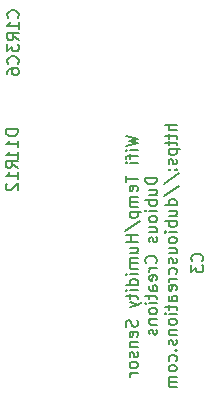
<source format=gbr>
G04 #@! TF.GenerationSoftware,KiCad,Pcbnew,(5.1.9)-1*
G04 #@! TF.CreationDate,2021-06-19T22:19:12+01:00*
G04 #@! TF.ProjectId,temp_sensor,74656d70-5f73-4656-9e73-6f722e6b6963,rev?*
G04 #@! TF.SameCoordinates,Original*
G04 #@! TF.FileFunction,Legend,Bot*
G04 #@! TF.FilePolarity,Positive*
%FSLAX46Y46*%
G04 Gerber Fmt 4.6, Leading zero omitted, Abs format (unit mm)*
G04 Created by KiCad (PCBNEW (5.1.9)-1) date 2021-06-19 22:19:12*
%MOMM*%
%LPD*%
G01*
G04 APERTURE LIST*
%ADD10C,0.150000*%
G04 APERTURE END LIST*
D10*
X59602380Y-52833333D02*
X60602380Y-53071428D01*
X59888095Y-53261904D01*
X60602380Y-53452380D01*
X59602380Y-53690476D01*
X60602380Y-54071428D02*
X59935714Y-54071428D01*
X59602380Y-54071428D02*
X59650000Y-54023809D01*
X59697619Y-54071428D01*
X59650000Y-54119047D01*
X59602380Y-54071428D01*
X59697619Y-54071428D01*
X59935714Y-54404761D02*
X59935714Y-54785714D01*
X60602380Y-54547619D02*
X59745238Y-54547619D01*
X59650000Y-54595238D01*
X59602380Y-54690476D01*
X59602380Y-54785714D01*
X60602380Y-55119047D02*
X59935714Y-55119047D01*
X59602380Y-55119047D02*
X59650000Y-55071428D01*
X59697619Y-55119047D01*
X59650000Y-55166666D01*
X59602380Y-55119047D01*
X59697619Y-55119047D01*
X59602380Y-56214285D02*
X59602380Y-56785714D01*
X60602380Y-56500000D02*
X59602380Y-56500000D01*
X60554761Y-57500000D02*
X60602380Y-57404761D01*
X60602380Y-57214285D01*
X60554761Y-57119047D01*
X60459523Y-57071428D01*
X60078571Y-57071428D01*
X59983333Y-57119047D01*
X59935714Y-57214285D01*
X59935714Y-57404761D01*
X59983333Y-57500000D01*
X60078571Y-57547619D01*
X60173809Y-57547619D01*
X60269047Y-57071428D01*
X60602380Y-57976190D02*
X59935714Y-57976190D01*
X60030952Y-57976190D02*
X59983333Y-58023809D01*
X59935714Y-58119047D01*
X59935714Y-58261904D01*
X59983333Y-58357142D01*
X60078571Y-58404761D01*
X60602380Y-58404761D01*
X60078571Y-58404761D02*
X59983333Y-58452380D01*
X59935714Y-58547619D01*
X59935714Y-58690476D01*
X59983333Y-58785714D01*
X60078571Y-58833333D01*
X60602380Y-58833333D01*
X59935714Y-59309523D02*
X60935714Y-59309523D01*
X59983333Y-59309523D02*
X59935714Y-59404761D01*
X59935714Y-59595238D01*
X59983333Y-59690476D01*
X60030952Y-59738095D01*
X60126190Y-59785714D01*
X60411904Y-59785714D01*
X60507142Y-59738095D01*
X60554761Y-59690476D01*
X60602380Y-59595238D01*
X60602380Y-59404761D01*
X60554761Y-59309523D01*
X59554761Y-60928571D02*
X60840476Y-60071428D01*
X60602380Y-61261904D02*
X59602380Y-61261904D01*
X60078571Y-61261904D02*
X60078571Y-61833333D01*
X60602380Y-61833333D02*
X59602380Y-61833333D01*
X59935714Y-62738095D02*
X60602380Y-62738095D01*
X59935714Y-62309523D02*
X60459523Y-62309523D01*
X60554761Y-62357142D01*
X60602380Y-62452380D01*
X60602380Y-62595238D01*
X60554761Y-62690476D01*
X60507142Y-62738095D01*
X60602380Y-63214285D02*
X59935714Y-63214285D01*
X60030952Y-63214285D02*
X59983333Y-63261904D01*
X59935714Y-63357142D01*
X59935714Y-63500000D01*
X59983333Y-63595238D01*
X60078571Y-63642857D01*
X60602380Y-63642857D01*
X60078571Y-63642857D02*
X59983333Y-63690476D01*
X59935714Y-63785714D01*
X59935714Y-63928571D01*
X59983333Y-64023809D01*
X60078571Y-64071428D01*
X60602380Y-64071428D01*
X60602380Y-64547619D02*
X59935714Y-64547619D01*
X59602380Y-64547619D02*
X59650000Y-64500000D01*
X59697619Y-64547619D01*
X59650000Y-64595238D01*
X59602380Y-64547619D01*
X59697619Y-64547619D01*
X60602380Y-65452380D02*
X59602380Y-65452380D01*
X60554761Y-65452380D02*
X60602380Y-65357142D01*
X60602380Y-65166666D01*
X60554761Y-65071428D01*
X60507142Y-65023809D01*
X60411904Y-64976190D01*
X60126190Y-64976190D01*
X60030952Y-65023809D01*
X59983333Y-65071428D01*
X59935714Y-65166666D01*
X59935714Y-65357142D01*
X59983333Y-65452380D01*
X60602380Y-65928571D02*
X59935714Y-65928571D01*
X59602380Y-65928571D02*
X59650000Y-65880952D01*
X59697619Y-65928571D01*
X59650000Y-65976190D01*
X59602380Y-65928571D01*
X59697619Y-65928571D01*
X59935714Y-66261904D02*
X59935714Y-66642857D01*
X59602380Y-66404761D02*
X60459523Y-66404761D01*
X60554761Y-66452380D01*
X60602380Y-66547619D01*
X60602380Y-66642857D01*
X59935714Y-66880952D02*
X60602380Y-67119047D01*
X59935714Y-67357142D02*
X60602380Y-67119047D01*
X60840476Y-67023809D01*
X60888095Y-66976190D01*
X60935714Y-66880952D01*
X60554761Y-68452380D02*
X60602380Y-68595238D01*
X60602380Y-68833333D01*
X60554761Y-68928571D01*
X60507142Y-68976190D01*
X60411904Y-69023809D01*
X60316666Y-69023809D01*
X60221428Y-68976190D01*
X60173809Y-68928571D01*
X60126190Y-68833333D01*
X60078571Y-68642857D01*
X60030952Y-68547619D01*
X59983333Y-68500000D01*
X59888095Y-68452380D01*
X59792857Y-68452380D01*
X59697619Y-68500000D01*
X59650000Y-68547619D01*
X59602380Y-68642857D01*
X59602380Y-68880952D01*
X59650000Y-69023809D01*
X60554761Y-69833333D02*
X60602380Y-69738095D01*
X60602380Y-69547619D01*
X60554761Y-69452380D01*
X60459523Y-69404761D01*
X60078571Y-69404761D01*
X59983333Y-69452380D01*
X59935714Y-69547619D01*
X59935714Y-69738095D01*
X59983333Y-69833333D01*
X60078571Y-69880952D01*
X60173809Y-69880952D01*
X60269047Y-69404761D01*
X59935714Y-70309523D02*
X60602380Y-70309523D01*
X60030952Y-70309523D02*
X59983333Y-70357142D01*
X59935714Y-70452380D01*
X59935714Y-70595238D01*
X59983333Y-70690476D01*
X60078571Y-70738095D01*
X60602380Y-70738095D01*
X60554761Y-71166666D02*
X60602380Y-71261904D01*
X60602380Y-71452380D01*
X60554761Y-71547619D01*
X60459523Y-71595238D01*
X60411904Y-71595238D01*
X60316666Y-71547619D01*
X60269047Y-71452380D01*
X60269047Y-71309523D01*
X60221428Y-71214285D01*
X60126190Y-71166666D01*
X60078571Y-71166666D01*
X59983333Y-71214285D01*
X59935714Y-71309523D01*
X59935714Y-71452380D01*
X59983333Y-71547619D01*
X60602380Y-72166666D02*
X60554761Y-72071428D01*
X60507142Y-72023809D01*
X60411904Y-71976190D01*
X60126190Y-71976190D01*
X60030952Y-72023809D01*
X59983333Y-72071428D01*
X59935714Y-72166666D01*
X59935714Y-72309523D01*
X59983333Y-72404761D01*
X60030952Y-72452380D01*
X60126190Y-72500000D01*
X60411904Y-72500000D01*
X60507142Y-72452380D01*
X60554761Y-72404761D01*
X60602380Y-72309523D01*
X60602380Y-72166666D01*
X60602380Y-72928571D02*
X59935714Y-72928571D01*
X60126190Y-72928571D02*
X60030952Y-72976190D01*
X59983333Y-73023809D01*
X59935714Y-73119047D01*
X59935714Y-73214285D01*
X62252380Y-56380952D02*
X61252380Y-56380952D01*
X61252380Y-56619047D01*
X61300000Y-56761904D01*
X61395238Y-56857142D01*
X61490476Y-56904761D01*
X61680952Y-56952380D01*
X61823809Y-56952380D01*
X62014285Y-56904761D01*
X62109523Y-56857142D01*
X62204761Y-56761904D01*
X62252380Y-56619047D01*
X62252380Y-56380952D01*
X61585714Y-57809523D02*
X62252380Y-57809523D01*
X61585714Y-57380952D02*
X62109523Y-57380952D01*
X62204761Y-57428571D01*
X62252380Y-57523809D01*
X62252380Y-57666666D01*
X62204761Y-57761904D01*
X62157142Y-57809523D01*
X62252380Y-58285714D02*
X61252380Y-58285714D01*
X61633333Y-58285714D02*
X61585714Y-58380952D01*
X61585714Y-58571428D01*
X61633333Y-58666666D01*
X61680952Y-58714285D01*
X61776190Y-58761904D01*
X62061904Y-58761904D01*
X62157142Y-58714285D01*
X62204761Y-58666666D01*
X62252380Y-58571428D01*
X62252380Y-58380952D01*
X62204761Y-58285714D01*
X62252380Y-59190476D02*
X61585714Y-59190476D01*
X61252380Y-59190476D02*
X61300000Y-59142857D01*
X61347619Y-59190476D01*
X61300000Y-59238095D01*
X61252380Y-59190476D01*
X61347619Y-59190476D01*
X62252380Y-59809523D02*
X62204761Y-59714285D01*
X62157142Y-59666666D01*
X62061904Y-59619047D01*
X61776190Y-59619047D01*
X61680952Y-59666666D01*
X61633333Y-59714285D01*
X61585714Y-59809523D01*
X61585714Y-59952380D01*
X61633333Y-60047619D01*
X61680952Y-60095238D01*
X61776190Y-60142857D01*
X62061904Y-60142857D01*
X62157142Y-60095238D01*
X62204761Y-60047619D01*
X62252380Y-59952380D01*
X62252380Y-59809523D01*
X61585714Y-61000000D02*
X62252380Y-61000000D01*
X61585714Y-60571428D02*
X62109523Y-60571428D01*
X62204761Y-60619047D01*
X62252380Y-60714285D01*
X62252380Y-60857142D01*
X62204761Y-60952380D01*
X62157142Y-61000000D01*
X62204761Y-61428571D02*
X62252380Y-61523809D01*
X62252380Y-61714285D01*
X62204761Y-61809523D01*
X62109523Y-61857142D01*
X62061904Y-61857142D01*
X61966666Y-61809523D01*
X61919047Y-61714285D01*
X61919047Y-61571428D01*
X61871428Y-61476190D01*
X61776190Y-61428571D01*
X61728571Y-61428571D01*
X61633333Y-61476190D01*
X61585714Y-61571428D01*
X61585714Y-61714285D01*
X61633333Y-61809523D01*
X62157142Y-63619047D02*
X62204761Y-63571428D01*
X62252380Y-63428571D01*
X62252380Y-63333333D01*
X62204761Y-63190476D01*
X62109523Y-63095238D01*
X62014285Y-63047619D01*
X61823809Y-63000000D01*
X61680952Y-63000000D01*
X61490476Y-63047619D01*
X61395238Y-63095238D01*
X61300000Y-63190476D01*
X61252380Y-63333333D01*
X61252380Y-63428571D01*
X61300000Y-63571428D01*
X61347619Y-63619047D01*
X62252380Y-64047619D02*
X61585714Y-64047619D01*
X61776190Y-64047619D02*
X61680952Y-64095238D01*
X61633333Y-64142857D01*
X61585714Y-64238095D01*
X61585714Y-64333333D01*
X62204761Y-65047619D02*
X62252380Y-64952380D01*
X62252380Y-64761904D01*
X62204761Y-64666666D01*
X62109523Y-64619047D01*
X61728571Y-64619047D01*
X61633333Y-64666666D01*
X61585714Y-64761904D01*
X61585714Y-64952380D01*
X61633333Y-65047619D01*
X61728571Y-65095238D01*
X61823809Y-65095238D01*
X61919047Y-64619047D01*
X62252380Y-65952380D02*
X61728571Y-65952380D01*
X61633333Y-65904761D01*
X61585714Y-65809523D01*
X61585714Y-65619047D01*
X61633333Y-65523809D01*
X62204761Y-65952380D02*
X62252380Y-65857142D01*
X62252380Y-65619047D01*
X62204761Y-65523809D01*
X62109523Y-65476190D01*
X62014285Y-65476190D01*
X61919047Y-65523809D01*
X61871428Y-65619047D01*
X61871428Y-65857142D01*
X61823809Y-65952380D01*
X61585714Y-66285714D02*
X61585714Y-66666666D01*
X61252380Y-66428571D02*
X62109523Y-66428571D01*
X62204761Y-66476190D01*
X62252380Y-66571428D01*
X62252380Y-66666666D01*
X62252380Y-67000000D02*
X61585714Y-67000000D01*
X61252380Y-67000000D02*
X61300000Y-66952380D01*
X61347619Y-67000000D01*
X61300000Y-67047619D01*
X61252380Y-67000000D01*
X61347619Y-67000000D01*
X62252380Y-67619047D02*
X62204761Y-67523809D01*
X62157142Y-67476190D01*
X62061904Y-67428571D01*
X61776190Y-67428571D01*
X61680952Y-67476190D01*
X61633333Y-67523809D01*
X61585714Y-67619047D01*
X61585714Y-67761904D01*
X61633333Y-67857142D01*
X61680952Y-67904761D01*
X61776190Y-67952380D01*
X62061904Y-67952380D01*
X62157142Y-67904761D01*
X62204761Y-67857142D01*
X62252380Y-67761904D01*
X62252380Y-67619047D01*
X61585714Y-68380952D02*
X62252380Y-68380952D01*
X61680952Y-68380952D02*
X61633333Y-68428571D01*
X61585714Y-68523809D01*
X61585714Y-68666666D01*
X61633333Y-68761904D01*
X61728571Y-68809523D01*
X62252380Y-68809523D01*
X62204761Y-69238095D02*
X62252380Y-69333333D01*
X62252380Y-69523809D01*
X62204761Y-69619047D01*
X62109523Y-69666666D01*
X62061904Y-69666666D01*
X61966666Y-69619047D01*
X61919047Y-69523809D01*
X61919047Y-69380952D01*
X61871428Y-69285714D01*
X61776190Y-69238095D01*
X61728571Y-69238095D01*
X61633333Y-69285714D01*
X61585714Y-69380952D01*
X61585714Y-69523809D01*
X61633333Y-69619047D01*
X63902380Y-51928571D02*
X62902380Y-51928571D01*
X63902380Y-52357142D02*
X63378571Y-52357142D01*
X63283333Y-52309523D01*
X63235714Y-52214285D01*
X63235714Y-52071428D01*
X63283333Y-51976190D01*
X63330952Y-51928571D01*
X63235714Y-52690476D02*
X63235714Y-53071428D01*
X62902380Y-52833333D02*
X63759523Y-52833333D01*
X63854761Y-52880952D01*
X63902380Y-52976190D01*
X63902380Y-53071428D01*
X63235714Y-53261904D02*
X63235714Y-53642857D01*
X62902380Y-53404761D02*
X63759523Y-53404761D01*
X63854761Y-53452380D01*
X63902380Y-53547619D01*
X63902380Y-53642857D01*
X63235714Y-53976190D02*
X64235714Y-53976190D01*
X63283333Y-53976190D02*
X63235714Y-54071428D01*
X63235714Y-54261904D01*
X63283333Y-54357142D01*
X63330952Y-54404761D01*
X63426190Y-54452380D01*
X63711904Y-54452380D01*
X63807142Y-54404761D01*
X63854761Y-54357142D01*
X63902380Y-54261904D01*
X63902380Y-54071428D01*
X63854761Y-53976190D01*
X63854761Y-54833333D02*
X63902380Y-54928571D01*
X63902380Y-55119047D01*
X63854761Y-55214285D01*
X63759523Y-55261904D01*
X63711904Y-55261904D01*
X63616666Y-55214285D01*
X63569047Y-55119047D01*
X63569047Y-54976190D01*
X63521428Y-54880952D01*
X63426190Y-54833333D01*
X63378571Y-54833333D01*
X63283333Y-54880952D01*
X63235714Y-54976190D01*
X63235714Y-55119047D01*
X63283333Y-55214285D01*
X63807142Y-55690476D02*
X63854761Y-55738095D01*
X63902380Y-55690476D01*
X63854761Y-55642857D01*
X63807142Y-55690476D01*
X63902380Y-55690476D01*
X63283333Y-55690476D02*
X63330952Y-55738095D01*
X63378571Y-55690476D01*
X63330952Y-55642857D01*
X63283333Y-55690476D01*
X63378571Y-55690476D01*
X62854761Y-56880952D02*
X64140476Y-56023809D01*
X62854761Y-57928571D02*
X64140476Y-57071428D01*
X63902380Y-58690476D02*
X62902380Y-58690476D01*
X63854761Y-58690476D02*
X63902380Y-58595238D01*
X63902380Y-58404761D01*
X63854761Y-58309523D01*
X63807142Y-58261904D01*
X63711904Y-58214285D01*
X63426190Y-58214285D01*
X63330952Y-58261904D01*
X63283333Y-58309523D01*
X63235714Y-58404761D01*
X63235714Y-58595238D01*
X63283333Y-58690476D01*
X63235714Y-59595238D02*
X63902380Y-59595238D01*
X63235714Y-59166666D02*
X63759523Y-59166666D01*
X63854761Y-59214285D01*
X63902380Y-59309523D01*
X63902380Y-59452380D01*
X63854761Y-59547619D01*
X63807142Y-59595238D01*
X63902380Y-60071428D02*
X62902380Y-60071428D01*
X63283333Y-60071428D02*
X63235714Y-60166666D01*
X63235714Y-60357142D01*
X63283333Y-60452380D01*
X63330952Y-60499999D01*
X63426190Y-60547619D01*
X63711904Y-60547619D01*
X63807142Y-60499999D01*
X63854761Y-60452380D01*
X63902380Y-60357142D01*
X63902380Y-60166666D01*
X63854761Y-60071428D01*
X63902380Y-60976190D02*
X63235714Y-60976190D01*
X62902380Y-60976190D02*
X62950000Y-60928571D01*
X62997619Y-60976190D01*
X62950000Y-61023809D01*
X62902380Y-60976190D01*
X62997619Y-60976190D01*
X63902380Y-61595238D02*
X63854761Y-61499999D01*
X63807142Y-61452380D01*
X63711904Y-61404761D01*
X63426190Y-61404761D01*
X63330952Y-61452380D01*
X63283333Y-61499999D01*
X63235714Y-61595238D01*
X63235714Y-61738095D01*
X63283333Y-61833333D01*
X63330952Y-61880952D01*
X63426190Y-61928571D01*
X63711904Y-61928571D01*
X63807142Y-61880952D01*
X63854761Y-61833333D01*
X63902380Y-61738095D01*
X63902380Y-61595238D01*
X63235714Y-62785714D02*
X63902380Y-62785714D01*
X63235714Y-62357142D02*
X63759523Y-62357142D01*
X63854761Y-62404761D01*
X63902380Y-62499999D01*
X63902380Y-62642857D01*
X63854761Y-62738095D01*
X63807142Y-62785714D01*
X63854761Y-63214285D02*
X63902380Y-63309523D01*
X63902380Y-63499999D01*
X63854761Y-63595238D01*
X63759523Y-63642857D01*
X63711904Y-63642857D01*
X63616666Y-63595238D01*
X63569047Y-63499999D01*
X63569047Y-63357142D01*
X63521428Y-63261904D01*
X63426190Y-63214285D01*
X63378571Y-63214285D01*
X63283333Y-63261904D01*
X63235714Y-63357142D01*
X63235714Y-63499999D01*
X63283333Y-63595238D01*
X63854761Y-64499999D02*
X63902380Y-64404761D01*
X63902380Y-64214285D01*
X63854761Y-64119047D01*
X63807142Y-64071428D01*
X63711904Y-64023809D01*
X63426190Y-64023809D01*
X63330952Y-64071428D01*
X63283333Y-64119047D01*
X63235714Y-64214285D01*
X63235714Y-64404761D01*
X63283333Y-64499999D01*
X63902380Y-64928571D02*
X63235714Y-64928571D01*
X63426190Y-64928571D02*
X63330952Y-64976190D01*
X63283333Y-65023809D01*
X63235714Y-65119047D01*
X63235714Y-65214285D01*
X63854761Y-65928571D02*
X63902380Y-65833333D01*
X63902380Y-65642857D01*
X63854761Y-65547619D01*
X63759523Y-65499999D01*
X63378571Y-65499999D01*
X63283333Y-65547619D01*
X63235714Y-65642857D01*
X63235714Y-65833333D01*
X63283333Y-65928571D01*
X63378571Y-65976190D01*
X63473809Y-65976190D01*
X63569047Y-65499999D01*
X63902380Y-66833333D02*
X63378571Y-66833333D01*
X63283333Y-66785714D01*
X63235714Y-66690476D01*
X63235714Y-66499999D01*
X63283333Y-66404761D01*
X63854761Y-66833333D02*
X63902380Y-66738095D01*
X63902380Y-66499999D01*
X63854761Y-66404761D01*
X63759523Y-66357142D01*
X63664285Y-66357142D01*
X63569047Y-66404761D01*
X63521428Y-66499999D01*
X63521428Y-66738095D01*
X63473809Y-66833333D01*
X63235714Y-67166666D02*
X63235714Y-67547619D01*
X62902380Y-67309523D02*
X63759523Y-67309523D01*
X63854761Y-67357142D01*
X63902380Y-67452380D01*
X63902380Y-67547619D01*
X63902380Y-67880952D02*
X63235714Y-67880952D01*
X62902380Y-67880952D02*
X62950000Y-67833333D01*
X62997619Y-67880952D01*
X62950000Y-67928571D01*
X62902380Y-67880952D01*
X62997619Y-67880952D01*
X63902380Y-68500000D02*
X63854761Y-68404761D01*
X63807142Y-68357142D01*
X63711904Y-68309523D01*
X63426190Y-68309523D01*
X63330952Y-68357142D01*
X63283333Y-68404761D01*
X63235714Y-68500000D01*
X63235714Y-68642857D01*
X63283333Y-68738095D01*
X63330952Y-68785714D01*
X63426190Y-68833333D01*
X63711904Y-68833333D01*
X63807142Y-68785714D01*
X63854761Y-68738095D01*
X63902380Y-68642857D01*
X63902380Y-68500000D01*
X63235714Y-69261904D02*
X63902380Y-69261904D01*
X63330952Y-69261904D02*
X63283333Y-69309523D01*
X63235714Y-69404761D01*
X63235714Y-69547619D01*
X63283333Y-69642857D01*
X63378571Y-69690476D01*
X63902380Y-69690476D01*
X63854761Y-70119047D02*
X63902380Y-70214285D01*
X63902380Y-70404761D01*
X63854761Y-70500000D01*
X63759523Y-70547619D01*
X63711904Y-70547619D01*
X63616666Y-70500000D01*
X63569047Y-70404761D01*
X63569047Y-70261904D01*
X63521428Y-70166666D01*
X63426190Y-70119047D01*
X63378571Y-70119047D01*
X63283333Y-70166666D01*
X63235714Y-70261904D01*
X63235714Y-70404761D01*
X63283333Y-70500000D01*
X63807142Y-70976190D02*
X63854761Y-71023809D01*
X63902380Y-70976190D01*
X63854761Y-70928571D01*
X63807142Y-70976190D01*
X63902380Y-70976190D01*
X63854761Y-71880952D02*
X63902380Y-71785714D01*
X63902380Y-71595238D01*
X63854761Y-71500000D01*
X63807142Y-71452380D01*
X63711904Y-71404761D01*
X63426190Y-71404761D01*
X63330952Y-71452380D01*
X63283333Y-71500000D01*
X63235714Y-71595238D01*
X63235714Y-71785714D01*
X63283333Y-71880952D01*
X63902380Y-72452380D02*
X63854761Y-72357142D01*
X63807142Y-72309523D01*
X63711904Y-72261904D01*
X63426190Y-72261904D01*
X63330952Y-72309523D01*
X63283333Y-72357142D01*
X63235714Y-72452380D01*
X63235714Y-72595238D01*
X63283333Y-72690476D01*
X63330952Y-72738095D01*
X63426190Y-72785714D01*
X63711904Y-72785714D01*
X63807142Y-72738095D01*
X63854761Y-72690476D01*
X63902380Y-72595238D01*
X63902380Y-72452380D01*
X63902380Y-73214285D02*
X63235714Y-73214285D01*
X63330952Y-73214285D02*
X63283333Y-73261904D01*
X63235714Y-73357142D01*
X63235714Y-73500000D01*
X63283333Y-73595238D01*
X63378571Y-73642857D01*
X63902380Y-73642857D01*
X63378571Y-73642857D02*
X63283333Y-73690476D01*
X63235714Y-73785714D01*
X63235714Y-73928571D01*
X63283333Y-74023809D01*
X63378571Y-74071428D01*
X63902380Y-74071428D01*
X66057142Y-63433333D02*
X66104761Y-63385714D01*
X66152380Y-63242857D01*
X66152380Y-63147619D01*
X66104761Y-63004761D01*
X66009523Y-62909523D01*
X65914285Y-62861904D01*
X65723809Y-62814285D01*
X65580952Y-62814285D01*
X65390476Y-62861904D01*
X65295238Y-62909523D01*
X65200000Y-63004761D01*
X65152380Y-63147619D01*
X65152380Y-63242857D01*
X65200000Y-63385714D01*
X65247619Y-63433333D01*
X65152380Y-63766666D02*
X65152380Y-64385714D01*
X65533333Y-64052380D01*
X65533333Y-64195238D01*
X65580952Y-64290476D01*
X65628571Y-64338095D01*
X65723809Y-64385714D01*
X65961904Y-64385714D01*
X66057142Y-64338095D01*
X66104761Y-64290476D01*
X66152380Y-64195238D01*
X66152380Y-63909523D01*
X66104761Y-63814285D01*
X66057142Y-63766666D01*
X50457142Y-42833333D02*
X50504761Y-42785714D01*
X50552380Y-42642857D01*
X50552380Y-42547619D01*
X50504761Y-42404761D01*
X50409523Y-42309523D01*
X50314285Y-42261904D01*
X50123809Y-42214285D01*
X49980952Y-42214285D01*
X49790476Y-42261904D01*
X49695238Y-42309523D01*
X49600000Y-42404761D01*
X49552380Y-42547619D01*
X49552380Y-42642857D01*
X49600000Y-42785714D01*
X49647619Y-42833333D01*
X50552380Y-43785714D02*
X50552380Y-43214285D01*
X50552380Y-43500000D02*
X49552380Y-43500000D01*
X49695238Y-43404761D01*
X49790476Y-43309523D01*
X49838095Y-43214285D01*
X50452380Y-55557142D02*
X49976190Y-55223809D01*
X50452380Y-54985714D02*
X49452380Y-54985714D01*
X49452380Y-55366666D01*
X49500000Y-55461904D01*
X49547619Y-55509523D01*
X49642857Y-55557142D01*
X49785714Y-55557142D01*
X49880952Y-55509523D01*
X49928571Y-55461904D01*
X49976190Y-55366666D01*
X49976190Y-54985714D01*
X50452380Y-56509523D02*
X50452380Y-55938095D01*
X50452380Y-56223809D02*
X49452380Y-56223809D01*
X49595238Y-56128571D01*
X49690476Y-56033333D01*
X49738095Y-55938095D01*
X49547619Y-56890476D02*
X49500000Y-56938095D01*
X49452380Y-57033333D01*
X49452380Y-57271428D01*
X49500000Y-57366666D01*
X49547619Y-57414285D01*
X49642857Y-57461904D01*
X49738095Y-57461904D01*
X49880952Y-57414285D01*
X50452380Y-56842857D01*
X50452380Y-57461904D01*
X50452380Y-52285714D02*
X49452380Y-52285714D01*
X49452380Y-52523809D01*
X49500000Y-52666666D01*
X49595238Y-52761904D01*
X49690476Y-52809523D01*
X49880952Y-52857142D01*
X50023809Y-52857142D01*
X50214285Y-52809523D01*
X50309523Y-52761904D01*
X50404761Y-52666666D01*
X50452380Y-52523809D01*
X50452380Y-52285714D01*
X50452380Y-53809523D02*
X50452380Y-53238095D01*
X50452380Y-53523809D02*
X49452380Y-53523809D01*
X49595238Y-53428571D01*
X49690476Y-53333333D01*
X49738095Y-53238095D01*
X50452380Y-54761904D02*
X50452380Y-54190476D01*
X50452380Y-54476190D02*
X49452380Y-54476190D01*
X49595238Y-54380952D01*
X49690476Y-54285714D01*
X49738095Y-54190476D01*
X50552380Y-44733333D02*
X50076190Y-44400000D01*
X50552380Y-44161904D02*
X49552380Y-44161904D01*
X49552380Y-44542857D01*
X49600000Y-44638095D01*
X49647619Y-44685714D01*
X49742857Y-44733333D01*
X49885714Y-44733333D01*
X49980952Y-44685714D01*
X50028571Y-44638095D01*
X50076190Y-44542857D01*
X50076190Y-44161904D01*
X49552380Y-45066666D02*
X49552380Y-45685714D01*
X49933333Y-45352380D01*
X49933333Y-45495238D01*
X49980952Y-45590476D01*
X50028571Y-45638095D01*
X50123809Y-45685714D01*
X50361904Y-45685714D01*
X50457142Y-45638095D01*
X50504761Y-45590476D01*
X50552380Y-45495238D01*
X50552380Y-45209523D01*
X50504761Y-45114285D01*
X50457142Y-45066666D01*
X50457142Y-46733333D02*
X50504761Y-46685714D01*
X50552380Y-46542857D01*
X50552380Y-46447619D01*
X50504761Y-46304761D01*
X50409523Y-46209523D01*
X50314285Y-46161904D01*
X50123809Y-46114285D01*
X49980952Y-46114285D01*
X49790476Y-46161904D01*
X49695238Y-46209523D01*
X49600000Y-46304761D01*
X49552380Y-46447619D01*
X49552380Y-46542857D01*
X49600000Y-46685714D01*
X49647619Y-46733333D01*
X49552380Y-47590476D02*
X49552380Y-47400000D01*
X49600000Y-47304761D01*
X49647619Y-47257142D01*
X49790476Y-47161904D01*
X49980952Y-47114285D01*
X50361904Y-47114285D01*
X50457142Y-47161904D01*
X50504761Y-47209523D01*
X50552380Y-47304761D01*
X50552380Y-47495238D01*
X50504761Y-47590476D01*
X50457142Y-47638095D01*
X50361904Y-47685714D01*
X50123809Y-47685714D01*
X50028571Y-47638095D01*
X49980952Y-47590476D01*
X49933333Y-47495238D01*
X49933333Y-47304761D01*
X49980952Y-47209523D01*
X50028571Y-47161904D01*
X50123809Y-47114285D01*
M02*

</source>
